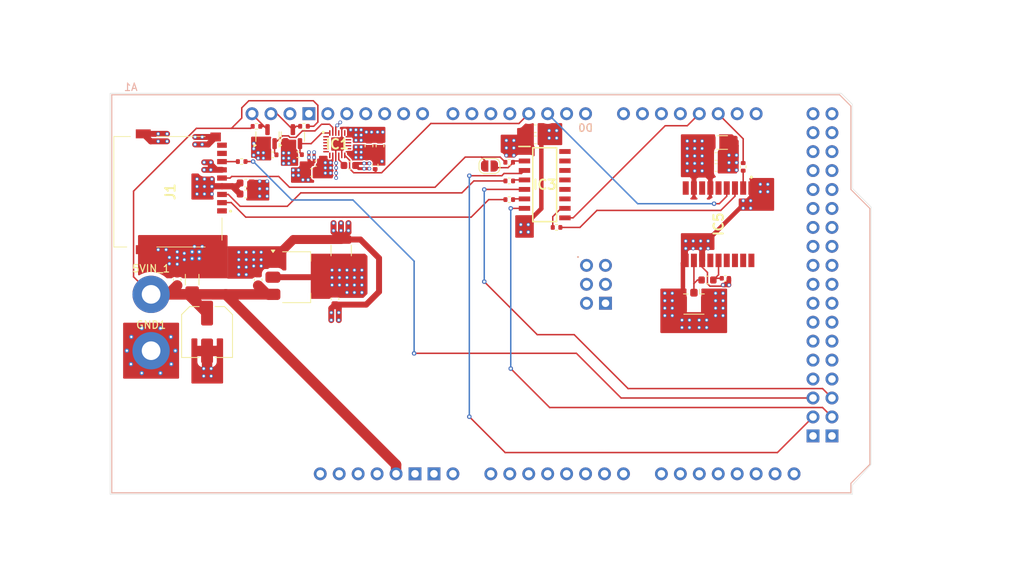
<source format=kicad_pcb>
(kicad_pcb (version 20241229) (generator "pcbnew") (generator_version "9.0")
  (layers (0 "F.Cu" signal) (4 "In1.Cu" power "GND") (6 "In2.Cu" power "PWR") (2 "B.Cu" signal) (13 "F.Paste" user) (15 "B.Paste" user) (5 "F.SilkS" user "F.Silkscreen") (7 "B.SilkS" user "B.Silkscreen") (1 "F.Mask" user) (3 "B.Mask" user) (25 "Edge.Cuts" user))
  (net 0 "")
  (net 13 "GND")
  (net 48 "5VIN")
  (net 55 "1PPS3V3")
  (net 78 "3.3VREG")
  (net 82 "CLOCK5V")
  (net 83 "MISO3V3")
  (net 84 "ARDUINO_TO_GNSS5V")
  (net 85 "MOSI5V")
  (net 86 "GNSS_TO_ARDUINO")
  (net 87 "CS5V")
  (net 88 "ARDUINO_TO_GNSS3V3")
  (net 90 "MOSI3V3")
  (net 95 "CS3V3")
  (net 97 "CLOCK3V3")
  (net 98 "Net-(IC3-4Y)")
  (net 99 "Net-(IC3-3Y)")
  (net 100 "Net-(IC3-1Y)")
  (net 101 "Net-(IC3-2Y)")
  (net 102 "Net-(J1-Pad7)")
  (net 103 "Net-(IC5-TXD)")
  (net 104 "Net-(IC5-RF_IN)")
  (net 107 "Net-(IC5-VCC_RF)")
  (net 114 "SDA5V")
  (net 117 "SCL5V")
  (net 125 "Net-(IC1-REGOUT)")
  (net 129 "SCL3V3")
  (net 131 "SDA3V3")
  (net 132 "IMU_INT3V3")
  (footprint "ATGM336H-5N31:ATGM336H5N31" (layer "F.Cu") (at 184.8 69.55 90)
    (property "Reference" "IC5")
    (property "Value" "ATGM336H-5N31" (hide yes))
  )
  (footprint "Resistor_SMD:R_0402_1005Metric" (layer "F.Cu") (at 188.1 61.865 -90)
    (property "Reference" "R14" (hide yes))
    (property "Value" "22Ω" (hide yes))
  )
  (footprint "Capacitor_SMD:C_0603_1608Metric" (layer "F.Cu") (at 160.263 56.75)
    (property "Reference" "C6" (hide yes))
    (property "Value" "1uF")
  )
  (footprint "Jumper:SolderJumper-2_P1.3mm_Open_RoundedPad1.0x1.5mm" (layer "F.Cu") (at 154.1 61.75 180)
    (property "Reference" "JP3" (hide yes))
    (property "Value" "SolderJumper_2_Open" (hide yes))
  )
  (footprint "Resistor_SMD:R_0402_1005Metric" (layer "F.Cu") (at 125.04 60.25)
    (property "Reference" "R9" (hide yes))
    (property "Value" "4.7kΩ" (hide yes))
  )
  (footprint "Package_TO_SOT_SMD:SOT-223-3_TabPin2" (layer "F.Cu") (at 128.225 76.65)
    (property "Reference" "U2" (hide yes))
    (property "Value" "AMS1117-3.3")
  )
  (footprint "Capacitor_SMD:C_0603_1608Metric" (layer "F.Cu") (at 184.475 61.95)
    (property "Reference" "C21" (hide yes))
    (property "Value" "100nF" (hide yes))
  )
  (footprint "Resistor_SMD:R_0402_1005Metric" (layer "F.Cu") (at 156.75 63.75)
    (property "Reference" "R6" (hide yes))
    (property "Value" "22Ω" (hide yes))
  )
  (footprint "Capacitor_SMD:C_1206_3216Metric" (layer "F.Cu") (at 114.25 76.975 90)
    (property "Reference" "C10" (hide yes))
    (property "Value" "10uF")
  )
  (footprint "MountingHole:MountingHole_2.5mm_Pad" (layer "F.Cu") (at 108.75 86.5)
    (property "Reference" "GND1")
    (property "Value" "MountingHole_Pad")
  )
  (footprint "Capacitor_SMD:C_0603_1608Metric" (layer "F.Cu") (at 133.4 79.55 -90)
    (property "Reference" "C16" (hide yes))
    (property "Value" "100nF")
  )
  (footprint "Capacitor_SMD:C_0603_1608Metric" (layer "F.Cu") (at 137.95 59.05 -90)
    (property "Reference" "C4" (hide yes))
    (property "Value" "100nF" (hide yes))
  )
  (footprint "Capacitor_SMD:C_0402_1005Metric" (layer "F.Cu") (at 130.82 61.425)
    (property "Reference" "C2" (hide yes))
    (property "Value" "10nF" (hide yes))
  )
  (footprint "Capacitor_SMD:C_1210_3225Metric" (layer "F.Cu") (at 134.225 73.075 90)
    (property "Reference" "C1" (hide yes))
    (property "Value" "100uF")
  )
  (footprint "Resistor_SMD:R_0402_1005Metric" (layer "F.Cu") (at 156.75 66.25)
    (property "Reference" "R7" (hide yes))
    (property "Value" "22Ω" (hide yes))
  )
  (footprint "Package_TO_SOT_SMD:SOT-23" (layer "F.Cu") (at 124.35 57.8125 90)
    (property "Reference" "Q2" (hide yes))
    (property "Value" "2N7002" (hide yes))
  )
  (footprint "Capacitor_SMD:C_0402_1005Metric" (layer "F.Cu") (at 185.7075 76.8)
    (property "Reference" "C23" (hide yes))
    (property "Value" "220pF" (hide yes))
  )
  (footprint "Capacitor_SMD:C_0603_1608Metric" (layer "F.Cu") (at 121.45 65.5)
    (property "Reference" "C8" (hide yes))
    (property "Value" "1uF")
  )
  (footprint "Capacitor_SMD:C_0603_1608Metric" (layer "F.Cu") (at 121.45 64.025)
    (property "Reference" "C13" (hide yes))
    (property "Value" "100nF")
  )
  (footprint "Resistor_SMD:R_0402_1005Metric" (layer "F.Cu") (at 122.8725 56.4375)
    (property "Reference" "R3" (hide yes))
    (property "Value" "4.7kΩ" (hide yes))
  )
  (footprint "Inductor_SMD:L_0603_1608Metric" (layer "F.Cu") (at 183.3125 77.025)
    (property "Reference" "L2" (hide yes))
    (property "Value" "47nH" (hide yes))
  )
  (footprint "Capacitor_SMD:C_0603_1608Metric" (layer "F.Cu") (at 112.25 76.975 90)
    (property "Reference" "C9" (hide yes))
    (property "Value" "100nF")
  )
  (footprint "Capacitor_SMD:C_0603_1608Metric" (layer "F.Cu") (at 130.25 62.625)
    (property "Reference" "C7" (hide yes))
    (property "Value" "1uF" (hide yes))
  )
  (footprint "Resistor_SMD:R_0402_1005Metric" (layer "F.Cu") (at 138.775 61.65 -90)
    (property "Reference" "R10" (hide yes))
    (property "Value" "4.7kΩ" (hide yes))
  )
  (footprint "Capacitor_SMD:C_0603_1608Metric" (layer "F.Cu") (at 139.425 59.05 -90)
    (property "Reference" "C5" (hide yes))
    (property "Value" "1uF" (hide yes))
  )
  (footprint "TF-01A:TF01A" (layer "F.Cu") (at 111 65.2 -90)
    (property "Reference" "J1")
    (property "Value" "TF-01A" (hide yes))
  )
  (footprint "Capacitor_SMD:C_0603_1608Metric" (layer "F.Cu") (at 135.375 61.675 180)
    (property "Reference" "C3" (hide yes))
    (property "Value" "100nF" (hide yes))
  )
  (footprint "Resistor_SMD:R_0402_1005Metric" (layer "F.Cu") (at 129.24 56.425 180)
    (property "Reference" "R2" (hide yes))
    (property "Value" "4.7kΩ" (hide yes))
  )
  (footprint "Connector_Coaxial:U.FL_Hirose_U.FL-R-SMT-1_Vertical" (layer "F.Cu") (at 181.5 79.775 -90)
    (property "Reference" "J2" (hide yes))
    (property "Value" "Conn_Coaxial" (hide yes))
  )
  (footprint "Package_TO_SOT_SMD:SOT-23" (layer "F.Cu") (at 127.75 57.8125 90)
    (property "Reference" "Q1" (hide yes))
    (property "Value" "2N7002" (hide yes))
  )
  (footprint "Capacitor_SMD:C_Elec_6.3x7.7" (layer "F.Cu") (at 116.25 84 -90)
    (property "Reference" "C11" (hide yes))
    (property "Value" "47uF")
  )
  (footprint "MPU-6500:QFN40P300X300X95-25N-D" (layer "F.Cu") (at 133.7 58.825)
    (property "Reference" "IC1")
    (property "Value" "MPU-6500" (hide yes))
  )
  (footprint "PCM_arduino-library:Arduino_Mega2560_R3_Shield" (layer "F.Cu") (at 103.48 105.54)
    (property "Reference" "A1")
    (property "Value" "Arduino_Mega2560_R3_Shield")
  )
  (footprint "Capacitor_SMD:C_1206_3216Metric" (layer "F.Cu") (at 185.3 58.6)
    (property "Reference" "C22" (hide yes))
    (property "Value" "10uF" (hide yes))
  )
  (footprint "Resistor_SMD:R_0402_1005Metric" (layer "F.Cu") (at 128.44 60.225)
    (property "Reference" "R1" (hide yes))
    (property "Value" "4.7kΩ" (hide yes))
  )
  (footprint "Resistor_SMD:R_0402_1005Metric" (layer "F.Cu") (at 120.89 61.15 180)
    (property "Reference" "R5" (hide yes))
    (property "Value" "22Ω" (hide yes))
  )
  (footprint "CD74HC4050M96:SOIC127P600X175-16N" (layer "F.Cu") (at 161.5 64.25)
    (property "Reference" "IC3")
    (property "Value" "CD74HC4050M96" (hide yes))
  )
  (footprint "Resistor_SMD:R_0402_1005Metric" (layer "F.Cu") (at 156.74 61.25)
    (property "Reference" "R8" (hide yes))
    (property "Value" "33Ω" (hide yes))
  )
  (footprint "Capacitor_SMD:C_0603_1608Metric" (layer "F.Cu") (at 160.275 58.25)
    (property "Reference" "C14" (hide yes))
    (property "Value" "100nF" (hide yes))
  )
  (footprint "Capacitor_SMD:C_0603_1608Metric" (layer "F.Cu") (at 184.475 60.475)
    (property "Reference" "C20" (hide yes))
    (property "Value" "1uF" (hide yes))
  )
  (footprint "Resistor_SMD:R_0402_1005Metric" (layer "F.Cu") (at 163.09 69.98)
    (property "Reference" "R4" (hide yes))
    (property "Value" "22Ω" (hide yes))
  )
  (footprint "MountingHole:MountingHole_2.5mm_Pad" (layer "F.Cu") (at 108.75 78.95)
    (property "Reference" "5VIN_1")
    (property "Value" "MountingHole_Pad")
  )
  (footprint "Capacitor_SMD:C_0603_1608Metric" (layer "F.Cu") (at 123.1 77 90)
    (property "Reference" "C12" (hide yes))
    (property "Value" "100nF")
  )
  (gr_poly (pts (xy 103.25 52) (xy 201.25 52) (xy 202.75 53.5) (xy 202.75 64.75) (xy 205.25 67.25) (xy 205.25 101.75) (xy 202.75 104.5) (xy 202.75 105.75) (xy 103.25 105.75)) (stroke (width 0.05)) (fill no) (layer "Edge.Cuts"))
  (segment (start 185.425 60.3) (end 185.25 60.475) (width 0.6) (layer "F.Cu") (net 13))
  (segment (start 186.2 77.7) (end 185.4 77.7) (width 0.6) (layer "F.Cu") (net 13))
  (segment (start 132.9 80.825) (end 133.4 80.325) (width 0.8) (layer "F.Cu") (net 13))
  (segment (start 133.55 62) (end 133.55 61.35) (width 0.2) (layer "F.Cu") (net 13))
  (segment (start 182.6 72) (end 182.6 74.4) (width 0.8) (layer "F.Cu") (net 13))
  (segment (start 116.25 86.5375) (end 115.0875 86.5375) (width 1.4) (layer "F.Cu") (net 13))
  (segment (start 187.2 61.3) (end 186.075 61.3) (width 0.6) (layer "F.Cu") (net 13))
  (segment (start 116.75 61.26) (end 117.75 62.26) (width 0.4) (layer "F.Cu") (net 13))
  (segment (start 187.2 61.3) (end 185.9 61.3) (width 0.6) (layer "F.Cu") (net 13))
  (segment (start 161.038 56.75) (end 161.038 58.238) (width 0.6) (layer "F.Cu") (net 13))
  (segment (start 163.1 57) (end 161.288 57) (width 0.6) (layer "F.Cu") (net 13))
  (segment (start 124.3 64.8) (end 122.925 64.8) (width 0.4) (layer "F.Cu") (net 13))
  (segment (start 187.2 62.3) (end 187.2 59.025) (width 0.6) (layer "F.Cu") (net 13))
  (segment (start 123.5 75.15) (end 124.275 75.15) (width 0.8) (layer "F.Cu") (net 13))
  (segment (start 133.5 61.3) (end 133.55 61.35) (width 0.2) (layer "F.Cu") (net 13))
  (segment (start 123 64.8) (end 122.225 64.025) (width 0.4) (layer "F.Cu") (net 13))
  (segment (start 161.05 67.4525) (end 159.8075 68.695) (width 0.6) (layer "F.Cu") (net 13))
  (segment (start 109.7 72.96) (end 110.76 72.96) (width 1) (layer "F.Cu") (net 13))
  (segment (start 179.475 80.8) (end 180.025 80.25) (width 0.6) (layer "F.Cu") (net 13))
  (segment (start 134.2 71.575) (end 134.225 71.6) (width 0.8) (layer "F.Cu") (net 13))
  (segment (start 117.6375 86.5375) (end 117.65 86.55) (width 1.4) (layer "F.Cu") (net 13))
  (segment (start 137.575 80.325) (end 139.3 78.6) (width 0.8) (layer "F.Cu") (net 13))
  (segment (start 123.1 75.55) (end 123.5 75.15) (width 0.8) (layer "F.Cu") (net 13))
  (segment (start 134.225 71.6) (end 127.825 71.6) (width 1.2) (layer "F.Cu") (net 13))
  (segment (start 129.9 60.985) (end 130.34 61.425) (width 0.4) (layer "F.Cu") (net 13))
  (segment (start 161.05 58.25) (end 161.05 67.4525) (width 0.6) (layer "F.Cu") (net 13))
  (segment (start 114.65 58.86) (end 116.4 58.86) (width 0.8) (layer "F.Cu") (net 13))
  (segment (start 132.9 82.4) (end 132.9 80.825) (width 0.8) (layer "F.Cu") (net 13))
  (segment (start 133.5 60.325) (end 133.5 59.025) (width 0.2) (layer "F.Cu") (net 13))
  (segment (start 177.6 80.8) (end 179.475 80.8) (width 0.6) (layer "F.Cu") (net 13))
  (segment (start 186.2 62.3) (end 186.2 59.175) (width 0.6) (layer "F.Cu") (net 13))
  (segment (start 182.975 81.35) (end 182.975 80.25) (width 0.6) (layer "F.Cu") (net 13))
  (segment (start 180.4 74.4) (end 180.4 71.8) (width 0.6) (layer "F.Cu") (net 13))
  (segment (start 133.2 70.575) (end 134.225 71.6) (width 0.8) (layer "F.Cu") (net 13))
  (segment (start 177.6 79.8) (end 179.575 79.8) (width 0.6) (layer "F.Cu") (net 13))
  (segment (start 139.3 74.1) (end 136.8 71.6) (width 0.8) (layer "F.Cu") (net 13))
  (segment (start 183.525 80.8) (end 182.975 80.25) (width 0.6) (layer "F.Cu") (net 13))
  (segment (start 127.825 71.6) (end 125.075 74.35) (width 1.2) (layer "F.Cu") (net 13))
  (segment (start 130.6 59.9) (end 130.6 61.165) (width 0.4) (layer "F.Cu") (net 13))
  (segment (start 187.2 59.025) (end 186.775 58.6) (width 0.6) (layer "F.Cu") (net 13))
  (segment (start 183.425 79.8) (end 182.975 80.25) (width 0.6) (layer "F.Cu") (net 13))
  (segment (start 122.925 64.8) (end 122.225 65.5) (width 0.4) (layer "F.Cu") (net 13))
  (segment (start 182.674 81.651) (end 182.975 81.35) (width 0.6) (layer "F.Cu") (net 13))
  (segment (start 158.3 70.6) (end 158.3 69.183) (width 0.6) (layer "F.Cu") (net 13))
  (segment (start 124.025 73.3) (end 125.075 74.35) (width 0.8) (layer "F.Cu") (net 13))
  (segment (start 183.65 71.4) (end 181.9 71.4) (width 0.6) (layer "F.Cu") (net 13))
  (segment (start 123.3 63.8) (end 123.3 65.8) (width 0.4) (layer "F.Cu") (net 13))
  (segment (start 133.9 80.825) (end 133.4 80.325) (width 0.8) (layer "F.Cu") (net 13))
  (segment (start 118.25 62.26) (end 115.86 62.26) (width 0.8) (layer "F.Cu") (net 13))
  (segment (start 122.525 65.8) (end 122.225 65.5) (width 0.4) (layer "F.Cu") (net 13))
  (segment (start 182.6 72.45) (end 182.6 74.4) (width 0.6) (layer "F.Cu") (net 13))
  (segment (start 115.6 72.54) (end 114.56 72.54) (width 1) (layer "F.Cu") (net 13))
  (segment (start 182.6 74.4) (end 182.6 75.302) (width 0.2) (layer "F.Cu") (net 13))
  (segment (start 181.9 71.4) (end 180.4 72.9) (width 0.6) (layer "F.Cu") (net 13))
  (segment (start 159.8075 68.695) (end 158.788 68.695) (width 0.6) (layer "F.Cu") (net 13))
  (segment (start 135.2 56.6) (end 134.45 56.6) (width 0.2) (layer "F.Cu") (net 13))
  (segment (start 136.8 71.6) (end 134.225 71.6) (width 0.8) (layer "F.Cu") (net 13))
  (segment (start 185.4 79.8) (end 183.425 79.8) (width 0.6) (layer "F.Cu") (net 13))
  (segment (start 138 62.1) (end 136.575 62.1) (width 0.4) (layer "F.Cu") (net 13))
  (segment (start 161.3 58) (end 161.05 58.25) (width 0.6) (layer "F.Cu") (net 13))
  (segment (start 114.25 73.25) (end 114.25 73.1) (width 1) (layer "F.Cu") (net 13))
  (segment (start 187.2 60.3) (end 185.425 60.3) (width 0.6) (layer "F.Cu") (net 13))
  (segment (start 133.5 59.025) (end 133.7 58.825) (width 0.2) (layer "F.Cu") (net 13))
  (segment (start 117.4 72.54) (end 115.6 72.54) (width 1) (layer "F.Cu") (net 13))
  (segment (start 186.1875 77.131102) (end 186.1875 76.8) (width 0.6) (layer "F.Cu") (net 13))
  (segment (start 116.25 86.5375) (end 116.25 89.8) (width 1.4) (layer "F.Cu") (net 13))
  (segment (start 117.4 57.86) (end 115.6 57.86) (width 0.8) (layer "F.Cu") (net 13))
  (segment (start 185.9 61.3) (end 185.25 61.95) (width 0.6) (layer "F.Cu") (net 13))
  (segment (start 124.3 63.8) (end 122.45 63.8) (width 0.4) (layer "F.Cu") (net 13))
  (segment (start 133.55 63.35) (end 133.55 62) (width 0.2) (layer "F.Cu") (net 13))
  (segment (start 116.75 62.26) (end 116.75 61.26) (width 0.8) (layer "F.Cu") (net 13))
  (segment (start 122.5 75.15) (end 122.5 75.625) (width 0.8) (layer "F.Cu") (net 13))
  (segment (start 185.4 80.8) (end 183.525 80.8) (width 0.6) (layer "F.Cu") (net 13))
  (segment (start 122.5 75.625) (end 123.1 76.225) (width 0.8) (layer "F.Cu") (net 13))
  (segment (start 180.425322 81.651) (end 182.674 81.651) (width 0.6) (layer "F.Cu") (net 13))
  (segment (start 125.075 74.35) (end 123.55 74.35) (width 0.8) (layer "F.Cu") (net 13))
  (segment (start 123.55 74.35) (end 123.5 74.3) (width 0.8) (layer "F.Cu") (net 13))
  (segment (start 110.89 58.44) (end 108.7 58.44) (width 0.8) (layer "F.Cu") (net 13))
  (segment (start 134.3 56.75) (end 134.3 57.325) (width 0.2) (layer "F.Cu") (net 13))
  (segment (start 112.25 76.2) (end 112.25 74.9) (width 1) (layer "F.Cu") (net 13))
  (segment (start 117.4 57.86) (end 116.6 57.86) (width 0.8) (layer "F.Cu") (net 13))
  (segment (start 163.1 58) (end 161.3 58) (width 0.6) (layer "F.Cu") (net 13))
  (segment (start 115.6 57.86) (end 114.65 57.86) (width 0.8) (layer "F.Cu") (net 13))
  (segment (start 108.7 58.44) (end 107.7 57.44) (width 0.8) (layer "F.Cu") (net 13))
  (segment (start 133.9 82.4) (end 133.9 80.825) (width 0.8) (layer "F.Cu") (net 13))
  (segment (start 183.3125 76.0145) (end 183.3125 77.52431) (width 0.2) (layer "F.Cu") (net 13))
  (segment (start 129.9 59.9) (end 129.9 60.985) (width 0.4) (layer "F.Cu") (net 13))
  (segment (start 161.288 57) (end 161.038 56.75) (width 0.6) (layer "F.Cu") (net 13))
  (segment (start 138 61.4) (end 136.425 61.4) (width 0.4) (layer "F.Cu") (net 13))
  (segment (start 185.4 77.7) (end 185.618602 77.7) (width 0.6) (layer "F.Cu") (net 13))
  (segment (start 180.025 81.250678) (end 180.425322 81.651) (width 0.6) (layer "F.Cu") (net 13))
  (segment (start 133.2 69.4) (end 133.2 70.575) (width 0.8) (layer "F.Cu") (net 13))
  (segment (start 186.075 61.3) (end 185.25 60.475) (width 0.6) (layer "F.Cu") (net 13))
  (segment (start 134.2 69.4) (end 134.2 71.575) (width 0.8) (layer "F.Cu") (net 13))
  (segment (start 122.45 63.8) (end 122.225 64.025) (width 0.4) (layer "F.Cu") (net 13))
  (segment (start 114.25 75.5) (end 114.25 74.15) (width 1) (layer "F.Cu") (net 13))
  (segment (start 124.3 64.8) (end 123 64.8) (width 0.4) (layer "F.Cu") (net 13))
  (segment (start 186.1875 77.109999) (end 186.1875 76.8) (width 0.2) (layer "F.Cu") (net 13))
  (segment (start 107.7 72.96) (end 109.7 72.96) (width 1) (layer "F.Cu") (net 13))
  (segment (start 185.618602 77.7) (end 186.1875 77.131102) (width 0.6) (layer "F.Cu") (net 13))
  (segment (start 124.45 74.35) (end 125.075 74.35) (width 0.8) (layer "F.Cu") (net 13))
  (segment (start 185.25 60.125) (end 186.775 58.6) (width 0.6) (layer "F.Cu") (net 13))
  (segment (start 123.1 76.225) (end 123.1 75.55) (width 0.8) (layer "F.Cu") (net 13))
  (segment (start 134.3 59.425) (end 133.7 58.825) (width 0.2) (layer "F.Cu") (net 13))
  (segment (start 135.2 69.4) (end 135.2 70.625) (width 0.8) (layer "F.Cu") (net 13))
  (segment (start 137.5 57.825) (end 137.95 58.275) (width 0.2) (layer "F.Cu") (net 13))
  (segment (start 133.5 60.325) (end 133.5 61.3) (width 0.2) (layer "F.Cu") (net 13))
  (segment (start 107.7 57.44) (end 110.89 57.44) (width 0.8) (layer "F.Cu") (net 13))
  (segment (start 158.3 69.183) (end 158.788 68.695) (width 0.6) (layer "F.Cu") (net 13))
  (segment (start 134.3 60.325) (end 134.3 59.425) (width 0.2) (layer "F.Cu") (net 13))
  (segment (start 135.5 56.9) (end 135.2 56.6) (width 0.2) (layer "F.Cu") (net 13))
  (segment (start 189.2 65.85) (end 183.65 71.4) (width 0.6) (layer "F.Cu") (net 13))
  (segment (start 186.1875 76.8) (end 186.1875 77.6875) (width 0.6) (layer "F.Cu") (net 13))
  (segment (start 180.025 80.25) (end 180.025 81.250678) (width 0.6) (layer "F.Cu") (net 13))
  (segment (start 134.45 56.6) (end 134.3 56.75) (width 0.2) (layer "F.Cu") (net 13))
  (segment (start 117.75 62.26) (end 118.25 62.26) (width 0.4) (layer "F.Cu") (net 13))
  (segment (start 136.575 62.1) (end 136.15 61.675) (width 0.4) (layer "F.Cu") (net 13))
  (segment (start 186.2 59.175) (end 186.775 58.6) (width 0.6) (layer "F.Cu") (net 13))
  (segment (start 112.25 74.9) (end 112.25 74.05) (width 1) (layer "F.Cu") (net 13))
  (segment (start 183.65 71.4) (end 182.6 72.45) (width 0.6) (layer "F.Cu") (net 13))
  (segment (start 185.25 61.95) (end 185.25 60.125) (width 0.6) (layer "F.Cu") (net 13))
  (segment (start 182.6 75.302) (end 183.3125 76.0145) (width 0.2) (layer "F.Cu") (net 13))
  (segment (start 180.025 74.775) (end 180.025 80.25) (width 0.6) (layer "F.Cu") (net 13))
  (segment (start 183.63919 77.851) (end 185.446499 77.851) (width 0.2) (layer "F.Cu") (net 13))
  (segment (start 116.25 86.5375) (end 117.6375 86.5375) (width 1.4) (layer "F.Cu") (net 13))
  (segment (start 115.86 61.26) (end 116.75 61.26) (width 0.8) (layer "F.Cu") (net 13))
  (segment (start 180.4 72.9) (end 180.4 74.4) (width 0.6) (layer "F.Cu") (net 13))
  (segment (start 133.4 80.325) (end 137.575 80.325) (width 0.8) (layer "F.Cu") (net 13))
  (segment (start 136.425 61.4) (end 136.15 61.675) (width 0.4) (layer "F.Cu") (net 13))
  (segment (start 187.2 62.3) (end 185.6 62.3) (width 0.6) (layer "F.Cu") (net 13))
  (segment (start 179.575 79.8) (end 180.025 80.25) (width 0.6) (layer "F.Cu") (net 13))
  (segment (start 185.446499 77.851) (end 186.1875 77.109999) (width 0.2) (layer "F.Cu") (net 13))
  (segment (start 123.5 73.3) (end 124.025 73.3) (width 0.8) (layer "F.Cu") (net 13))
  (segment (start 124.275 75.15) (end 125.075 74.35) (width 0.8) (layer "F.Cu") (net 13))
  (segment (start 139.3 78.6) (end 139.3 74.1) (width 0.8) (layer "F.Cu") (net 13))
  (segment (start 159.3 70.6) (end 159.3 69.207) (width 0.6) (layer "F.Cu") (net 13))
  (segment (start 135.2 70.625) (end 134.225 71.6) (width 0.8) (layer "F.Cu") (net 13))
  (segment (start 186.1875 77.6875) (end 186.2 77.7) (width 0.6) (layer "F.Cu") (net 13))
  (segment (start 135.2 57.825) (end 137.5 57.825) (width 0.2) (layer "F.Cu") (net 13))
  (segment (start 130.6 61.165) (end 130.34 61.425) (width 0.4) (layer "F.Cu") (net 13))
  (segment (start 189.2 64.7) (end 189.2 65.85) (width 0.6) (layer "F.Cu") (net 13))
  (segment (start 134.3 57.325) (end 134.3 58.225) (width 0.2) (layer "F.Cu") (net 13))
  (segment (start 134.3 58.225) (end 133.7 58.825) (width 0.2) (layer "F.Cu") (net 13))
  (segment (start 114.25 74.15) (end 114.25 73.25) (width 1) (layer "F.Cu") (net 13))
  (segment (start 161.038 58.238) (end 161.05 58.25) (width 0.6) (layer "F.Cu") (net 13))
  (segment (start 124.3 65.8) (end 122.525 65.8) (width 0.4) (layer "F.Cu") (net 13))
  (segment (start 185.6 62.3) (end 185.25 61.95) (width 0.6) (layer "F.Cu") (net 13))
  (segment (start 183.3125 77.52431) (end 183.63919 77.851) (width 0.2) (layer "F.Cu") (net 13))
  (segment (start 180.4 74.4) (end 180.025 74.775) (width 0.6) (layer "F.Cu") (net 13))
  (segment (start 182.4 71.8) (end 182.6 72) (width 0.8) (layer "F.Cu") (net 13))
  (segment (start 159.3 69.207) (end 158.788 68.695) (width 0.6) (layer "F.Cu") (net 13))
  (segment (start 116.4 58.86) (end 117.4 57.86) (width 0.8) (layer "F.Cu") (net 13))
  (segment (start 124.3 65.8) (end 124.3 63.8) (width 0.4) (layer "F.Cu") (net 13))
  (via (at 182.4 72.8) (size 0.5) (drill 0.3) (layers "F.Cu" "B.Cu") (net 13))
  (via (at 112.25 73.25) (size 0.5) (drill 0.3) (layers "F.Cu" "B.Cu") (net 13))
  (via (at 178.6 78.8) (size 0.5) (drill 0.3) (layers "F.Cu" "B.Cu") (net 13))
  (via (at 114.65 58.86) (size 0.5) (drill 0.3) (layers "F.Cu" "B.Cu") (net 13))
  (via (at 115.8 88.9) (size 0.5) (drill 0.3) (layers "F.Cu" "B.Cu") (net 13))
  (via (at 185.4 79.8) (size 0.5) (drill 0.3) (layers "F.Cu" "B.Cu") (net 13))
  (via (at 182.4 71.8) (size 0.5) (drill 0.3) (layers "F.Cu" "B.Cu") (net 13))
  (via (at 133.2 69.4) (size 0.5) (drill 0.3) (layers "F.Cu" "B.Cu") (net 13))
  (via (at 180.4 71.8) (size 0.5) (drill 0.3) (layers "F.Cu" "B.Cu") (net 13))
  (via (at 111.2 74.85) (size 0.5) (drill 0.3) (layers "F.Cu" "B.Cu") (net 13))
  (via (at 120.5 76.3) (size 0.5) (drill 0.3) (layers "F.Cu" "B.Cu") (net 13))
  (via (at 136.2 58.3) (size 0.5) (drill 0.3) (layers "F.Cu" "B.Cu") (net 13))
  (via (at 184.4 80.8) (size 0.5) (drill 0.3) (layers "F.Cu" "B.Cu") (net 13))
  (via (at 178.6 81.8) (size 0.5) (drill 0.3) (layers "F.Cu" "B.Cu") (net 13))
  (via (at 120.5 75.3) (size 0.5) (drill 0.3) (layers "F.Cu" "B.Cu") (net 13))
  (via (at 110 83.5) (size 0.6) (drill 0.3) (layers "F.Cu" "B.Cu") (net 13))
  (via (at 186.2 62.3) (size 0.5) (drill 0.3) (layers "F.Cu" "B.Cu") (net 13))
  (via (at 191.4 64.2) (size 0.5) (drill 0.3) (layers "F.Cu" "B.Cu") (net 13))
  (via (at 186.2 61.3) (size 0.5) (drill 0.3) (layers "F.Cu" "B.Cu") (net 13))
  (via (at 158.3 69.6) (size 0.5) (drill 0.3) (layers "F.Cu" "B.Cu") (net 13))
  (via (at 106.05 88.3) (size 0.6) (drill 0.3) (layers "F.Cu" "B.Cu") (net 13))
  (via (at 109.7 57.44) (size 0.5) (drill 0.3) (layers "F.Cu" "B.Cu") (net 13))
  (via (at 115.86 62.26) (size 0.5) (drill 0.3) (layers "F.Cu" "B.Cu") (net 13))
  (via (at 130.6 59.9) (size 0.5) (drill 0.3) (layers "F.Cu" "B.Cu") (net 13))
  (via (at 139.8 57.2) (size 0.5) (drill 0.3) (layers "F.Cu" "B.Cu") (net 13))
  (via (at 177.6 79.8) (size 0.5) (drill 0.3) (layers "F.Cu" "B.Cu") (net 13))
  (via (at 158.3 70.6) (size 0.5) (drill 0.3) (layers "F.Cu" "B.Cu") (net 13))
  (via (at 115.8 89.9) (size 0.5) (drill 0.3) (layers "F.Cu" "B.Cu") (net 13))
  (via (at 113.2 74.3) (size 0.5) (drill 0.3) (layers "F.Cu" "B.Cu") (net 13))
  (via (at 177.6 80.8) (size 0.5) (drill 0.3) (layers "F.Cu" "B.Cu") (net 13))
  (via (at 109.7 58.44) (size 0.5) (drill 0.3) (layers "F.Cu" "B.Cu") (net 13))
  (via (at 123.5 74.3) (size 0.5) (drill 0.3) (layers "F.Cu" "B.Cu") (net 13))
  (via (at 138.3 57.2) (size 0.5) (drill 0.3) (layers "F.Cu" "B.Cu") (net 13))
  (via (at 181.4 72.8) (size 0.5) (drill 0.3) (layers "F.Cu" "B.Cu") (net 13))
  (via (at 123.3 64.8) (size 0.5) (drill 0.3) (layers "F.Cu" "B.Cu") (net 13))
  (via (at 133.55 63.35) (size 0.5) (drill 0.3) (layers "F.Cu" "B.Cu") (net 13))
  (via (at 129.9 60.6) (size 0.5) (drill 0.3) (layers "F.Cu" "B.Cu") (net 13))
  (via (at 188.1 66.4) (size 0.5) (drill 0.3) (layers "F.Cu" "B.Cu") (net 13))
  (via (at 121.5 75.3) (size 0.5) (drill 0.3) (layers "F.Cu" "B.Cu") (net 13))
  (via (at 136.9 58.3) (size 0.5) (drill 0.3) (layers "F.Cu" "B.Cu") (net 13))
  (via (at 181.4 71.8) (size 0.5) (drill 0.3) (layers "F.Cu" "B.Cu") (net 13))
  (via (at 120.5 74.3) (size 0.5) (drill 0.3) (layers "F.Cu" "B.Cu") (net 13))
  (via (at 123.5 75.15) (size 0.5) (drill 0.3) (layers "F.Cu" "B.Cu") (net 13))
  (via (at 177.6 78.8) (size 0.5) (drill 0.3) (layers "F.Cu" "B.Cu") (net 13))
  (via (at 139.1 57.2) (size 0.5) (drill 0.3) (layers "F.Cu" "B.Cu") (net 13))
  (via (at 133.55 62) (size 0.5) (drill 0.3) (layers "F.Cu" "B.Cu") (net 13))
  (via (at 159.3 70.6) (size 0.5) (drill 0.3) (layers "F.Cu" "B.Cu") (net 13))
  (via (at 190.4 64.2) (size 0.5) (drill 0.3) (layers "F.Cu" "B.Cu") (net 13))
  (via (at 123.3 65.8) (size 0.5) (drill 0.3) (layers "F.Cu" "B.Cu") (net 13))
  (via (at 185.4 81.8) (size 0.5) (drill 0.3) (layers "F.Cu" "B.Cu") (net 13))
  (via (at 137.6 57.2) (size 0.5) (drill 0.3) (layers "F.Cu" "B.Cu") (net 13))
  (via (at 107.5 83.5) (size 0.6) (drill 0.3) (layers "F.Cu" "B.Cu") (net 13))
  (via (at 111.4 84.65) (size 0.6) (drill 0.3) (layers "F.Cu" "B.Cu") (net 13))
  (via (at 132.9 82.4) (size 0.5) (drill 0.3) (layers "F.Cu" "B.Cu") (net 13))
  (via (at 180.9 82.4) (size 0.5) (drill 0.3) (layers "F.Cu" "B.Cu") (net 13))
  (via (at 115.2 74.15) (size 0.6) (drill 0.3) (layers "F.Cu" "B.Cu") (net 13))
  (via (at 115.2 73.25) (size 0.6) (drill 0.3) (layers "F.Cu" "B.Cu") (net 13))
  (via (at 124.3 63.8) (size 0.5) (drill 0.3) (layers "F.Cu" "B.Cu") (net 13))
  (via (at 178.6 79.8) (size 0.5) (drill 0.3) (layers "F.Cu" "B.Cu") (net 13))
  (via (at 179.9 83.4) (size 0.5) (drill 0.3) (layers "F.Cu" "B.Cu") (net 13))
  (via (at 189.1 66.4) (size 0.5) (drill 0.3) (layers "F.Cu" "B.Cu") (net 13))
  (via (at 132.9 81.4) (size 0.5) (drill 0.3) (layers "F.Cu" "B.Cu") (net 13))
  (via (at 115.6 57.86) (size 0.5) (drill 0.3) (layers "F.Cu" "B.Cu") (net 13))
  (via (at 178.6 80.8) (size 0.5) (drill 0.3) (layers "F.Cu" "B.Cu") (net 13))
  (via (at 129.9 59.9) (size 0.5) (drill 0.3) (layers "F.Cu" "B.Cu") (net 13))
  (via (at 133.55 62.7) (size 0.5) (drill 0.3) (layers "F.Cu" "B.Cu") (net 13))
  (via (at 179.9 82.4) (size 0.5) (drill 0.3) (layers "F.Cu" "B.Cu") (net 13))
  (via (at 114.65 57.86) (size 0.5) (drill 0.3) (layers "F.Cu" "B.Cu") (net 13))
  (via (at 182.2 83.4) (size 0.5) (drill 0.3) (layers "F.Cu" "B.Cu") (net 13))
  (via (at 183.4 71.8) (size 0.5) (drill 0.3) (layers "F.Cu" "B.Cu") (net 13))
  (via (at 134.2 70.4) (size 0.5) (drill 0.3) (layers "F.Cu" "B.Cu") (net 13))
  (via (at 122.5 74.3) (size 0.5) (drill 0.3) (layers "F.Cu" "B.Cu") (net 13))
  (via (at 133.9 82.4) (size 0.5) (drill 0.3) (layers "F.Cu" "B.Cu") (net 13))
  (via (at 187.2 61.3) (size 0.5) (drill 0.3) (layers "F.Cu" "B.Cu") (net 13))
  (via (at 128.5 62.3) (size 0.5) (drill 0.3) (layers "F.Cu" "B.Cu") (net 13))
  (via (at 107.5 89.5) (size 0.6) (drill 0.3) (layers "F.Cu" "B.Cu") (net 13))
  (via (at 185.4 78.8) (size 0.5) (drill 0.3) (layers "F.Cu" "B.Cu") (net 13))
  (via (at 110 89.5) (size 0.6) (drill 0.3) (layers "F.Cu" "B.Cu") (net 13))
  (via (at 116.8 89.9) (size 0.5) (drill 0.3) (layers "F.Cu" "B.Cu") (net 13))
  (via (at 183.4 72.8) (size 0.5) (drill 0.3) (layers "F.Cu" "B.Cu") (net 13))
  (via (at 112.25 74.05) (size 0.5) (drill 0.3) (layers "F.Cu" "B.Cu") (net 13))
  (via (at 122.5 73.3) (size 0.5) (drill 0.3) (layers "F.Cu" "B.Cu") (net 13))
  (via (at 128.5 63) (size 0.5) (drill 0.3) (layers "F.Cu" "B.Cu") (net 13))
  (via (at 137.3 62.1) (size 0.5) (drill 0.3) (layers "F.Cu" "B.Cu") (net 13))
  (via (at 110.89 57.44) (size 0.5) (drill 0.3) (layers "F.Cu" "B.Cu") (net 13))
  (via (at 135.2 70.4) (size 0.5) (drill 0.3) (layers "F.Cu" "B.Cu") (net 13))
  (via (at 185.4 80.8) (size 0.5) (drill 0.3) (layers "F.Cu" "B.Cu") (net 13))
  (via (at 121.5 74.3) (size 0.5) (drill 0.3) (layers "F.Cu" "B.Cu") (net 13))
  (via (at 188.1 67.4) (size 0.5) (drill 0.3) (layers "F.Cu" "B.Cu") (net 13))
  (via (at 120.5 73.3) (size 0.5) (drill 0.3) (layers "F.Cu" "B.Cu") (net 13))
  (via (at 105.5 86.5) (size 0.6) (drill 0.3) (layers "F.Cu" "B.Cu") (net 13))
  (via (at 114.56 72.54) (size 0.5) (drill 0.3) (layers "F.Cu" "B.Cu") (net 13))
  (via (at 121.5 76.3) (size 0.5) (drill 0.3) (layers "F.Cu" "B.Cu") (net 13))
  (via (at 136.9 57.6) (size 0.5) (drill 0.3) (layers "F.Cu" "B.Cu") (net 13))
  (via (at 111.45 88.3) (size 0.6) (drill 0.3) (layers "F.Cu" "B.Cu") (net 13))
  (via (at 109.7 72.96) (size 0.5) (drill 0.3) (layers "F.Cu" "B.Cu") (net 13))
  (via (at 130.6 60.6) (size 0.5) (drill 0.3) (layers "F.Cu" "B.Cu") (net 13))
  (via (at 124.3 64.8) (size 0.5) (drill 0.3) (layers "F.Cu" "B.Cu") (net 13))
  (via (at 182.2 82.4) (size 0.5) (drill 0.3) (layers "F.Cu" "B.Cu") (net 13))
  (via (at 115.6 72.54) (size 0.5) (drill 0.3) (layers "F.Cu" "B.Cu") (net 13))
  (via (at 135.5 56.9) (size 0.5) (drill 0.3) (layers "F.Cu" "B.Cu") (net 13))
  (via (at 162.1 58) (size 0.5) (drill 0.3) (layers "F.Cu" "B.Cu") (net 13))
  (via (at 121.5 73.3) (size 0.5) (drill 0.3) (layers "F.Cu" "B.Cu") (net 13))
  (via (at 177.6 81.8) (size 0.5) (drill 0.3) (layers "F.Cu" "B.Cu") (net 13))
  (via (at 180.9 83.4) (size 0.5) (drill 0.3) (layers "F.Cu" "B.Cu") (net 13))
  (via (at 186.2 77.7) (size 0.5) (drill 0.3) (layers "F.Cu" "B.Cu") (net 13))
  (via (at 116.8 88.9) (size 0.5) (drill 0.3) (layers "F.Cu" "B.Cu") (net 13))
  (via (at 116.75 62.26) (size 0.5) (drill 0.3) (layers "F.Cu" "B.Cu") (net 13))
  (via (at 115.86 61.26) (size 0.5) (drill 0.3) (layers "F.Cu" "B.Cu") (net 13))
  (via (at 138 61.4) (size 0.5) (drill 0.3) (layers "F.Cu" "B.Cu") (net 13))
  (via (at 122.5 75.15) (size 0.5) (drill 0.3) (layers "F.Cu" "B.Cu") (net 13))
  (via (at 110.89 58.44) (size 0.5) (drill 0.3) (layers "F.Cu" "B.Cu") (net 13))
  (via (at 112 86.5) (size 0.6) (drill 0.3) (layers "F.Cu" "B.Cu") (net 13))
  (via (at 135.2 69.4) (size 0.5) (drill 0.3) (layers "F.Cu" "B.Cu") (net 13))
  (via (at 133.55 61.35) (size 0.5) (drill 0.3) (layers "F.Cu" "B.Cu") (net 13))
  (via (at 180.4 72.8) (size 0.5) (drill 0.3) (layers "F.Cu" "B.Cu") (net 13))
  (via (at 133.2 70.4) (size 0.5) (drill 0.3) (layers "F.Cu" "B.Cu") (net 13))
  (via (at 127.8 62.3) (size 0.5) (drill 0.3) (layers "F.Cu" "B.Cu") (net 13))
  (via (at 134.2 69.4) (size 0.5) (drill 0.3) (layers "F.Cu" "B.Cu") (net 13))
  (via (at 183.2 83.4) (size 0.5) (drill 0.3) (layers "F.Cu" "B.Cu") (net 13))
  (via (at 114.25 73.25) (size 0.6) (drill 0.3) (layers "F.Cu" "B.Cu") (net 13))
  (via (at 187.2 62.3) (size 0.5) (drill 0.3) (layers "F.Cu" "B.Cu") (net 13))
  (via (at 162.1 57) (size 0.5) (drill 0.3) (layers "F.Cu" "B.Cu") (net 13))
  (via (at 190.4 65.2) (size 0.5) (drill 0.3) (layers "F.Cu" "B.Cu") (net 13))
  (via (at 189.1 67.4) (size 0.5) (drill 0.3) (layers "F.Cu" "B.Cu") (net 13))
  (via (at 184.4 79.8) (size 0.5) (drill 0.3) (layers "F.Cu" "B.Cu") (net 13))
  (via (at 191.4 65.2) (size 0.5) (drill 0.3) (layers "F.Cu" "B.Cu") (net 13))
  (via (at 163.1 58) (size 0.5) (drill 0.3) (layers "F.Cu" "B.Cu") (net 13))
  (via (at 183.2 82.4) (size 0.5) (drill 0.3) (layers "F.Cu" "B.Cu") (net 13))
  (via (at 113.2 73.45) (size 0.5) (drill 0.3) (layers "F.Cu" "B.Cu") (net 13))
  (via (at 186.2 60.3) (size 0.5) (drill 0.3) (layers "F.Cu" "B.Cu") (net 13))
  (via (at 138 62.1) (size 0.5) (drill 0.3) (layers "F.Cu" "B.Cu") (net 13))
  (via (at 129.8 63.6) (size 0.5) (drill 0.3) (layers "F.Cu" "B.Cu") (net 13))
  (via (at 123.5 73.3) (size 0.5) (drill 0.3) (layers "F.Cu" "B.Cu") (net 13))
  (via (at 127.8 63) (size 0.5) (drill 0.3) (layers "F.Cu" "B.Cu") (net 13))
  (via (at 136.2 56.9) (size 0.5) (drill 0.3) (layers "F.Cu" "B.Cu") (net 13))
  (via (at 136.9 56.9) (size 0.5) (drill 0.3) (layers "F.Cu" "B.Cu") (net 13))
  (via (at 111.2 74) (size 0.5) (drill 0.3) (layers "F.Cu" "B.Cu") (net 13))
  (via (at 129.1 63.6) (size 0.5) (drill 0.3) (layers "F.Cu" "B.Cu") (net 13))
  (via (at 133.9 81.4) (size 0.5) (drill 0.3) (layers "F.Cu" "B.Cu") (net 13))
  (via (at 187.2 60.3) (size 0.5) (drill 0.3) (layers "F.Cu" "B.Cu") (net 13))
  (via (at 106.1 84.65) (size 0.6) (drill 0.3) (layers "F.Cu" "B.Cu") (net 13))
  (via (at 114.25 74.15) (size 0.6) (drill 0.3) (layers "F.Cu" "B.Cu") (net 13))
  (via (at 136.2 57.6) (size 0.5) (drill 0.3) (layers "F.Cu" "B.Cu") (net 13))
  (via (at 184.4 78.8) (size 0.5) (drill 0.3) (layers "F.Cu" "B.Cu") (net 13))
  (via (at 185.4 77.7) (size 0.5) (drill 0.3) (layers "F.Cu" "B.Cu") (net 13))
  (via (at 112.25 74.9) (size 0.5) (drill 0.3) (layers "F.Cu" "B.Cu") (net 13))
  (via (at 184.4 81.8) (size 0.5) (drill 0.3) (layers "F.Cu" "B.Cu") (net 13))
  (via (at 115.6 58.86) (size 0.5) (drill 0.3) (layers "F.Cu" "B.Cu") (net 13))
  (via (at 110.76 72.96) (size 0.5) (drill 0.3) (layers "F.Cu" "B.Cu") (net 13))
  (via (at 137.3 61.4) (size 0.5) (drill 0.3) (layers "F.Cu" "B.Cu") (net 13))
  (via (at 163.1 57) (size 0.5) (drill 0.3) (layers "F.Cu" "B.Cu") (net 13))
  (via (at 123.3 63.8) (size 0.5) (drill 0.3) (layers "F.Cu" "B.Cu") (net 13))
  (via (at 116.75 61.26) (size 0.5) (drill 0.3) (layers "F.Cu" "B.Cu") (net 13))
  (via (at 159.3 69.6) (size 0.5) (drill 0.3) (layers "F.Cu" "B.Cu") (net 13))
  (via (at 124.3 65.8) (size 0.5) (drill 0.3) (layers "F.Cu" "B.Cu") (net 13))
  (segment (start 108.75 78.95) (end 111.05 78.95) (width 1.4) (layer "F.Cu") (net 48))
  (segment (start 141.58 103) (end 141.58 101.778686) (width 1.4) (layer "F.Cu") (net 48))
  (segment (start 122.1 56.7) (end 119.5 56.7) (width 0.2) (layer "F.Cu") (net 48))
  (segment (start 106.399 76.599) (end 108.75 78.95) (width 0.2) (layer "F.Cu") (net 48))
  (segment (start 130.4852 53) (end 121.85 53) (width 0.2) (layer "F.Cu") (net 48))
  (segment (start 114.818636 56.7) (end 106.399 65.119636) (width 0.2) (layer "F.Cu") (net 48))
  (segment (start 131.1 53.6148) (end 130.4852 53) (width 0.2) (layer "F.Cu") (net 48))
  (segment (start 141.58 101.778686) (end 118.751314 78.95) (width 1.4) (layer "F.Cu") (net 48))
  (segment (start 120.9 55.319131) (end 119.519131 56.7) (width 0.2) (layer "F.Cu") (net 48))
  (segment (start 125.075 78.95) (end 124.275 78.95) (width 1.4) (layer "F.Cu") (net 48))
  (segment (start 106.399 65.119636) (end 106.399 76.599) (width 0.2) (layer "F.Cu") (net 48))
  (segment (start 118.751314 78.95) (end 125.075 78.95) (width 1.4) (layer "F.Cu") (net 48))
  (segment (start 111.05 78.95) (end 112.25 77.75) (width 1.4) (layer "F.Cu") (net 48))
  (segment (start 129.75 56.425) (end 130.5402 56.425) (width 0.2) (layer "F.Cu") (net 48))
  (segment (start 130.5402 56.425) (end 131.1 55.8652) (width 0.2) (layer "F.Cu") (net 48))
  (segment (start 113.7375 78.95) (end 116.25 81.4625) (width 1.4) (layer "F.Cu") (net 48))
  (segment (start 121.85 53) (end 120.9 53.95) (width 0.2) (layer "F.Cu") (net 48))
  (segment (start 131.1 55.8652) (end 131.1 53.6148) (width 0.2) (layer "F.Cu") (net 48))
  (segment (start 124.275 78.95) (end 123.1 77.775) (width 1.4) (layer "F.Cu") (net 48))
  (segment (start 118.751314 78.95) (end 108.75 78.95) (width 1.4) (layer "F.Cu") (net 48))
  (segment (start 119.5 56.7) (end 114.818636 56.7) (width 0.2) (layer "F.Cu") (net 48))
  (segment (start 122.3625 56.4375) (end 122.1 56.7) (width 0.2) (layer "F.Cu") (net 48))
  (segment (start 120.9 53.95) (end 120.9 55.319131) (width 0.2) (layer "F.Cu") (net 48))
  (segment (start 119.519131 56.7) (end 119.5 56.7) (width 0.2) (layer "F.Cu") (net 48))
  (segment (start 108.75 78.95) (end 113.7375 78.95) (width 1.4) (layer "F.Cu") (net 48))
  (segment (start 185.9 64.7) (end 185.9 65.8) (width 0.2) (layer "F.Cu") (net 55))
  (segment (start 185.9 65.8) (end 184.9 66.8) (width 0.2) (layer "F.Cu") (net 55))
  (segment (start 184.9 66.8) (end 184.2 66.8) (width 0.2) (layer "F.Cu") (net 55))
  (via (at 184.2 66.8) (size 0.6) (drill 0.3) (layers "F.Cu" "B.Cu") (net 55))
  (segment (start 173.96 66.8) (end 161.9 54.74) (width 0.2) (layer "B.Cu") (net 55))
  (segment (start 184.2 66.8) (end 173.96 66.8) (width 0.2) (layer "B.Cu") (net 55))
  (segment (start 183.7 64.7) (end 183.7 65.525) (width 0.2) (layer "F.Cu") (net 78))
  (segment (start 156.362 60.325) (end 157.362 60.325) (width 0.6) (layer "F.Cu") (net 78))
  (segment (start 133 78.375) (end 133.4 78.775) (width 0.8) (layer "F.Cu") (net 78))
  (segment (start 116.9 64.312) (end 116.9 63.5) (width 0.8) (layer "F.Cu") (net 78))
  (segment (start 181.5 60.925) (end 183.825 58.6) (width 0.6) (layer "F.Cu") (net 78))
  (segment (start 117.048 64.46) (end 116.9 64.312) (width 0.8) (layer "F.Cu") (net 78))
  (segment (start 181.5 62.675) (end 183.7 60.475) (width 0.6) (layer "F.Cu") (net 78))
  (segment (start 133 75.7) (end 133 78.375) (width 0.8) (layer "F.Cu") (net 78))
  (segment (start 134 78.175) (end 133.4 78.775) (width 0.8) (layer "F.Cu") (net 78))
  (segment (start 158.788 59.805) (end 157.842 59.805) (width 0.8) (layer "F.Cu") (net 78))
  (segment (start 133.7 56.3) (end 133.5 56.5) (width 0.2) (layer "F.Cu") (net 78))
  (segment (start 131.375 76.65) (end 134.95 76.65) (width 0.8) (layer "F.Cu") (net 78))
  (segment (start 119.635 64.46) (end 120.675 65.5) (width 0.8) (layer "F.Cu") (net 78))
  (segment (start 135 77.7) (end 132.425 77.7) (width 0.8) (layer "F.Cu") (net 78))
  (segment (start 181.5 64.7) (end 181.5 63.3) (width 0.6) (layer "F.Cu") (net 78))
  (segment (start 181.5 64.7) (end 181.5 63.2) (width 0.6) (layer "F.Cu") (net 78))
  (segment (start 135 75.7) (end 132.325 75.7) (width 0.8) (layer "F.Cu") (net 78))
  (segment (start 135 75.325) (end 134.225 74.55) (width 0.8) (layer "F.Cu") (net 78))
  (segment (start 118.25 64.46) (end 120.24 64.46) (width 0.8) (layer "F.Cu") (net 78))
  (segment (start 120.24 64.46) (end 120.675 64.025) (width 0.8) (layer "F.Cu") (net 78))
  (segment (start 134 75.7) (end 134 78.175) (width 0.8) (layer "F.Cu") (net 78))
  (segment (start 133.1 61) (end 132.8 61.3) (width 0.2) (layer "F.Cu") (net 78))
  (segment (start 133.1 60.325) (end 133.1 61) (width 0.2) (layer "F.Cu") (net 78))
  (segment (start 118.25 64.46) (end 117.048 64.46) (width 0.8) (layer "F.Cu") (net 78))
  (segment (start 118.25 64.46) (end 119.635 64.46) (width 0.8) (layer "F.Cu") (net 78))
  (segment (start 183.7 61.95) (end 183.7 64.7) (width 0.6) (layer "F.Cu") (net 78))
  (segment (start 132.325 75.7) (end 131.375 76.65) (width 0.8) (layer "F.Cu") (net 78))
  (segment (start 182.6 62.4) (end 183.7 63.5) (width 0.6) (layer "F.Cu") (net 78))
  (segment (start 181.5 63.3) (end 180.6 62.4) (width 0.6) (layer "F.Cu") (net 78))
  (segment (start 132.425 77.7) (end 131.375 76.65) (width 0.8) (layer "F.Cu") (net 78))
  (segment (start 135 75.7) (end 135 77.175) (width 0.8) (layer "F.Cu") (net 78))
  (segment (start 135.2 59.825) (end 137.95 59.825) (width 0.2) (layer "F.Cu") (net 78))
  (segment (start 134.95 76.65) (end 135 76.7) (width 0.8) (layer "F.Cu") (net 78))
  (segment (start 157.362 60.325) (end 157.882 59.805) (width 0.6) (layer "F.Cu") (net 78))
  (segment (start 182.75 61.95) (end 183.7 61.95) (width 0.6) (layer "F.Cu") (net 78))
  (segment (start 114.94 64.46) (end 114.9 64.5) (width 0.8) (layer "F.Cu") (net 78))
  (segment (start 157.882 59.805) (end 158.788 59.805) (width 0.6) (layer "F.Cu") (net 78))
  (segment (start 134 74.775) (end 134.225 74.55) (width 0.8) (layer "F.Cu") (net 78))
  (segment (start 118.25 64.46) (end 114.94 64.46) (width 0.8) (layer "F.Cu") (net 78))
  (segment (start 157.842 59.805) (end 156.362 58.325) (width 0.8) (layer "F.Cu") (net 78))
  (segment (start 135 77.175) (end 133.4 78.775) (width 0.8) (layer "F.Cu") (net 78))
  (segment (start 183.7 63.5) (end 183.7 64.7) (width 0.6) (layer "F.Cu") (net 78))
  (segment (start 181.5 64.7) (end 181.5 62.675) (width 0.6) (layer "F.Cu") (net 78))
  (segment (start 133.5 56.5) (end 133.5 57.325) (width 0.2) (layer "F.Cu") (net 78))
  (segment (start 181.5 63.2) (end 182.75 61.95) (width 0.6) (layer "F.Cu") (net 78))
  (segment (start 133 75.775) (end 134.225 74.55) (width 0.8) (layer "F.Cu") (net 78))
  (segment (start 181.5 64.7) (end 181.5 60.925) (width 0.6) (layer "F.Cu") (net 78))
  (segment (start 133 76.7) (end 133 75.775) (width 0.8) (layer "F.Cu") (net 78))
  (segment (start 134 76.7) (end 134 74.775) (width 0.8) (layer "F.Cu") (net 78))
  (segment (start 125.075 76.65) (end 131.375 76.65) (width 0.8) (layer "F.Cu") (net 78))
  (segment (start 135 76.7) (end 135 75.325) (width 0.8) (layer "F.Cu") (net 78))
  (segment (start 134.1 55.9) (end 133.7 56.3) (width 0.2) (layer "F.Cu") (net 78))
  (via (at 137 75.7) (size 0.5) (drill 0.3) (layers "F.Cu" "B.Cu") (net 78))
  (via (at 116.9 63.5) (size 0.5) (drill 0.3) (layers "F.Cu" "B.Cu") (net 78))
  (via (at 127.2 61.4) (size 0.5) (drill 0.3) (layers "F.Cu" "B.Cu") (net 78))
  (via (at 181.6 60.4) (size 0.5) (drill 0.3) (layers "F.Cu" "B.Cu") (net 78))
  (via (at 114.9 64.5) (size 0.5) (drill 0.3) (layers "F.Cu" "B.Cu") (net 78))
  (via (at 157.362 59.325) (size 0.5) (drill 0.3) (layers "F.Cu" "B.Cu") (net 78))
  (via (at 132.8 62) (size 0.5) (drill 0.3) (layers "F.Cu" "B.Cu") (net 78))
  (via (at 115.9 64.5) (size 0.5) (drill 0.3) (layers "F.Cu" "B.Cu") (net 78))
  (via (at 122.51 59.435) (size 0.5) (drill 0.3) (layers "F.Cu" "B.Cu") (net 78))
  (via (at 116.9 64.5) (size 0.5) (drill 0.3) (layers "F.Cu" "B.Cu") (net 78))
  (via (at 136 78.7) (size 0.5) (drill 0.3) (layers "F.Cu" "B.Cu") (net 78))
  (via (at 126.5 60) (size 0.5) (drill 0.3) (layers "F.Cu" "B.Cu") (net 78))
  (via (at 135 76.7) (size 0.5) (drill 0.3) (layers "F.Cu" "B.Cu") (net 78))
  (via (at 136.2 60.6) (size 0.5) (drill 0.3) (layers "F.Cu" "B.Cu") (net 78))
  (via (at 122.51 58.735) (size 0.5) (drill 0.3) (layers "F.Cu" "B.Cu") (net 78))
  (via (at 136.9 59.9) (size 0.5) (drill 0.3) (layers "F.Cu" "B.Cu") (net 78))
  (via (at 127.9 61.1) (size 0.5) (drill 0.3) (layers "F.Cu" "B.Cu") (net 78))
  (via (at 123.1 60.7) (size 0.5) (drill 0.3) (layers "F.Cu" "B.Cu") (net 78))
  (via (at 182.6 62.4) (size 0.5) (drill 0.3) (layers "F.Cu" "B.Cu") (net 78))
  (via (at 137 78.7) (size 0.5) (drill 0.3) (layers "F.Cu" "B.Cu") (net 78))
  (via (at 136 77.7) (size 0.5) (drill 0.3) (layers "F.Cu" "B.Cu") (net 78))
  (via (at 137 76.7) (size 0.5) (drill 0.3) (layers "F.Cu" "B.Cu") (net 78))
  (via (at 133 76.7) (size 0.5) (drill 0.3) (layers "F.Cu" "B.Cu") (net 78))
  (via (at 126.5 61.4) (size 0.5) (drill 0.3) (layers "F.Cu" "B.Cu") (net 78))
  (via (at 136.2 59.9) (size 0.5) (drill 0.3) (layers "F.Cu" "B.Cu") (net 78))
  (via (at 127.2 60.7) (size 0.5) (drill 0.3) (layers "F.Cu" "B.Cu") (net 78))
  (via (at 133.7 56.3) (size 0.5) (drill 0.3) (layers "F.Cu" "B.Cu") (net 78))
  (via (at 180.6 59.4) (size 0.5) (drill 0.3) (layers "F.Cu" "B.Cu") (net 78))
  (via (at 123.8 60.7) (size 0.5) (drill 0.3) (layers "F.Cu" "B.Cu") (net 78))
  (via (at 135 78.7) (size 0.5) (drill 0.3) (layers "F.Cu" "B.Cu") (net 78))
  (via (at 133 77.7) (size 0.5) (drill 0.3) (layers "F.Cu" "B.Cu") (net 78))
  (via (at 116.9 65.5) (size 0.5) (drill 0.3) (layers "F.Cu" "B.Cu") (net 78))
  (via (at 135 77.7) (size 0.5) (drill 0.3) (layers "F.Cu" "B.Cu") (net 78))
  (via (at 182.6 61.4) (size 0.5) (drill 0.3) (layers "F.Cu" "B.Cu") (net 78))
  (via (at 127.2 60) (size 0.5) (drill 0.3) (layers "F.Cu" "B.Cu") (net 78))
  (via (at 134 76.7) (size 0.5) (drill 0.3) (layers "F.Cu" "B.Cu") (net 78))
  (via (at 135 75.7) (size 0.5) (drill 0.3) (layers "F.Cu" "B.Cu") (net 78))
  (via (at 157.362 60.325) (size 0.5) (drill 0.3) (layers "F.Cu" "B.Cu") (net 78))
  (via (at 182.6 59.4) (size 0.5) (drill 0.3) (layers "F.Cu" "B.Cu") (net 78))
  (via (at 136 75.7) (size 0.5) (drill 0.3) (layers "F.Cu" "B.Cu") (net 78))
  (via (at 114.9 63.5) (size 0.5) (drill 0.3) (layers "F.Cu" "B.Cu") (net 78))
  (via (at 137 77.7) (size 0.5) (drill 0.3) (layers "F.Cu" "B.Cu") (net 78))
  (via (at 132.1 62.7) (size 0.5) (drill 0.3) (layers "F.Cu" "B.Cu") (net 78))
  (via (at 136.9 59.2) (size 0.5) (drill 0.3) (layers "F.Cu" "B.Cu") (net 78))
  (via (at 114.9 65.5) (size 0.5) (drill 0.3) (layers "F.Cu" "B.Cu") (net 78))
  (via (at 139.7 61.125) (size 0.5) (drill 0.3) (layers "F.Cu" "B.Cu") (net 78))
  (via (at 132.8 62.7) (size 0.5) (drill 0.3) (layers "F.Cu" "B.Cu") (net 78))
  (via (at 136.2 59.2) (size 0.5) (drill 0.3) (layers "F.Cu" "B.Cu") (net 78))
  (via (at 181.6 59.4) (size 0.5) (drill 0.3) (layers "F.Cu" "B.Cu") (net 78))
  (via (at 134.1 55.9) (size 0.5) (drill 0.3) (layers "F.Cu" "B.Cu") (net 78))
  (via (at 126.5 60.7) (size 0.5) (drill 0.3) (layers "F.Cu" "B.Cu") (net 78))
  (via (at 182.6 58.4) (size 0.5) (drill 0.3) (layers "F.Cu" "B.Cu") (net 78))
  (via (at 157.362 58.325) (size 0.5) (drill 0.3) (layers "F.Cu" "B.Cu") (net 78))
  (via (at 115.9 63.5) (size 0.5) (drill 0.3) (layers "F.Cu" "B.Cu") (net 78))
  (via (at 134 75.7) (size 0.5) (drill 0.3) (layers "F.Cu" "B.Cu") (net 78))
  (via (at 182.6 60.4) (size 0.5) (drill 0.3) (layers "F.Cu" "B.Cu") (net 78))
  (via (at 181.6 61.4) (size 0.5) (drill 0.3) (layers "F.Cu" "B.Cu") (net 78))
  (via (at 123.1 59.98) (size 0.5) (drill 0.3) (layers "F.Cu" "B.Cu") (net 78))
  (via (at 134 77.7) (size 0.5) (drill 0.3) (layers "F.Cu" "B.Cu") (net 78))
  (via (at 156.362 58.325) (size 0.5) (drill 0.3) (layers "F.Cu" "B.Cu") (net 78))
  (via (at 122.5 60.3) (size 0.5) (drill 0.3) (layers "F.Cu" "B.Cu") (net 78))
  (via (at 180.6 58.4) (size 0.5) (drill 0.3) (layers "F.Cu" "B.Cu") (net 78))
  (via (at 180.6 62.4) (size 0.5) (drill 0.3) (layers "F.Cu" "B.Cu") (net 78))
  (via (at 181.6 62.4) (size 0.5) (drill 0.3) (layers "F.Cu" "B.Cu") (net 78))
  (via (at 180.6 60.4) (size 0.5) (drill 0.3) (layers "F.Cu" "B.Cu") (net 78))
  (via (at 136 76.7) (size 0.5) (drill 0.3) (layers "F.Cu" "B.Cu") (net 78))
  (via (at 123.8 59.98) (size 0.5) (drill 0.3) (layers "F.Cu" "B.Cu") (net 78))
  (via (at 181.6 58.4) (size 0.5) (drill 0.3) (layers "F.Cu" "B.Cu") (net 78))
  (via (at 133 75.7) (size 0.5) (drill 0.3) (layers "F.Cu" "B.Cu") (net 78))
  (via (at 136.9 60.6) (size 0.5) (drill 0.3) (layers "F.Cu" "B.Cu") (net 78))
  (via (at 180.6 61.4) (size 0.5) (drill 0.3) (layers "F.Cu" "B.Cu") (net 78))
  (via (at 132.8 61.3) (size 0.5) (drill 0.3) (layers "F.Cu" "B.Cu") (net 78))
  (via (at 156.362 59.325) (size 0.5) (drill 0.3) (layers "F.Cu" "B.Cu") (net 78))
  (via (at 115.9 65.5) (size 0.5) (drill 0.3) (layers "F.Cu" "B.Cu") (net 78))
  (via (at 132.1 61.3) (size 0.5) (drill 0.3) (layers "F.Cu" "B.Cu") (net 78))
  (via (at 156.362 60.325) (size 0.5) (drill 0.3) (layers "F.Cu" "B.Cu") (net 78))
  (via (at 132.1 62) (size 0.5) (drill 0.3) (layers "F.Cu" "B.Cu") (net 78))
  (segment (start 156.05 62.75) (end 158.383 62.75) (width 0.2) (layer "F.Cu") (net 82))
  (segment (start 151.4 95.35) (end 156.2 100.15) (width 0.2) (layer "F.Cu") (net 82))
  (segment (start 192.69 100.15) (end 197.46 95.38) (width 0.2) (layer "F.Cu") (net 82))
  (segment (start 151.4 63.05) (end 155.75 63.05) (width 0.2) (layer "F.Cu") (net 82))
  (segment (start 155.75 63.05) (end 156.05 62.75) (width 0.2) (layer "F.Cu") (net 82))
  (segment (start 158.383 62.75) (end 158.788 62.345) (width 0.2) (layer "F.Cu") (net 82))
  (segment (start 156.2 100.15) (end 192.69 100.15) (width 0.2) (layer "F.Cu") (net 82))
  (via (at 151.4 95.35) (size 0.6) (drill 0.3) (layers "F.Cu" "B.Cu") (net 82))
  (via (at 151.4 63.05) (size 0.6) (drill 0.3) (layers "F.Cu" "B.Cu") (net 82))
  (segment (start 151.4 95.35) (end 151.4 63.05) (width 0.2) (layer "B.Cu") (net 82))
  (segment (start 122.42 61.15) (end 121.4 61.15) (width 0.2) (layer "F.Cu") (net 83))
  (segment (start 144.010311 86.85) (end 165.75 86.85) (width 0.2) (layer "F.Cu") (net 83))
  (segment (start 165.75 86.85) (end 171.74 92.84) (width 0.2) (layer "F.Cu") (net 83))
  (segment (start 171.74 92.84) (end 197.46 92.84) (width 0.2) (layer "F.Cu") (net 83))
  (segment (start 144 86.860311) (end 144.010311 86.85) (width 0.2) (layer "F.Cu") (net 83))
  (via (at 122.42 61.15) (size 0.6) (drill 0.3) (layers "F.Cu" "B.Cu") (net 83))
  (via (at 144 86.860311) (size 0.6) (drill 0.3) (layers "F.Cu" "B.Cu") (net 83))
  (segment (start 144 86.860311) (end 144 74.5) (width 0.2) (layer "B.Cu") (net 83))
  (segment (start 135.8 66.3) (end 127.6 66.3) (width 0.2) (layer "B.Cu") (net 83))
  (segment (start 127.6 66.3) (end 122.45 61.15) (width 0.2) (layer "B.Cu") (net 83))
  (segment (start 144 74.5) (end 135.8 66.3) (width 0.2) (layer "B.Cu") (net 83))
  (segment (start 122.45 61.15) (end 122.42 61.15) (width 0.2) (layer "B.Cu") (net 83))
  (segment (start 180.61 56.35) (end 177.65 56.35) (width 0.2) (layer "F.Cu") (net 84))
  (segment (start 182.22 54.74) (end 180.61 56.35) (width 0.2) (layer "F.Cu") (net 84))
  (segment (start 165.305 68.695) (end 164.212 68.695) (width 0.2) (layer "F.Cu") (net 84))
  (segment (start 177.65 56.35) (end 165.305 68.695) (width 0.2) (layer "F.Cu") (net 84))
  (segment (start 153.4 77.25) (end 160.5 84.35) (width 0.2) (layer "F.Cu") (net 85))
  (segment (start 172.6754 91.5754) (end 198.7354 91.5754) (width 0.2) (layer "F.Cu") (net 85))
  (segment (start 160.5 84.35) (end 165.45 84.35) (width 0.2) (layer "F.Cu") (net 85))
  (segment (start 153.4 64.9) (end 153.415 64.885) (width 0.2) (layer "F.Cu") (net 85))
  (segment (start 165.45 84.35) (end 172.6754 91.5754) (width 0.2) (layer "F.Cu") (net 85))
  (segment (start 153.415 64.885) (end 158.788 64.885) (width 0.2) (layer "F.Cu") (net 85))
  (segment (start 198.7354 91.5754) (end 200 92.84) (width 0.2) (layer "F.Cu") (net 85))
  (via (at 153.4 77.25) (size 0.6) (drill 0.3) (layers "F.Cu" "B.Cu") (net 85))
  (via (at 153.4 64.9) (size 0.6) (drill 0.3) (layers "F.Cu" "B.Cu") (net 85))
  (segment (start 153.4 77.25) (end 153.4 64.9) (width 0.2) (layer "B.Cu") (net 85))
  (segment (start 188.1 58.1) (end 188.1 61.355) (width 0.2) (layer "F.Cu") (net 86))
  (segment (start 184.75 54.75) (end 188.1 58.1) (width 0.2) (layer "F.Cu") (net 86))
  (segment (start 156.95 67.425) (end 158.788 67.425) (width 0.2) (layer "F.Cu") (net 87))
  (segment (start 198.7354 94.1154) (end 200 95.38) (width 0.2) (layer "F.Cu") (net 87))
  (segment (start 156.95 88.9) (end 162.1654 94.1154) (width 0.2) (layer "F.Cu") (net 87))
  (segment (start 162.1654 94.1154) (end 198.7354 94.1154) (width 0.2) (layer "F.Cu") (net 87))
  (via (at 156.95 67.425) (size 0.6) (drill 0.3) (layers "F.Cu" "B.Cu") (net 87))
  (via (at 156.95 88.9) (size 0.6) (drill 0.3) (layers "F.Cu" "B.Cu") (net 87))
  (segment (start 156.95 88.9) (end 156.95 67.425) (width 0.2) (layer "B.Cu") (net 87))
  (segment (start 187 65.8) (end 187 64.7) (width 0.2) (layer "F.Cu") (net 88))
  (segment (start 168.5 67.7) (end 185.1 67.7) (width 0.2) (layer "F.Cu") (net 88))
  (segment (start 185.1 67.7) (end 187 65.8) (width 0.2) (layer "F.Cu") (net 88))
  (segment (start 163.6 69.98) (end 166.22 69.98) (width 0.2) (layer "F.Cu") (net 88))
  (segment (start 166.22 69.98) (end 168.5 67.7) (width 0.2) (layer "F.Cu") (net 88))
  (segment (start 150.4 65.35) (end 152 63.75) (width 0.2) (layer "F.Cu") (net 90))
  (segment (start 152 63.75) (end 156.24 63.75) (width 0.2) (layer "F.Cu") (net 90))
  (segment (start 127 67.15) (end 128.8 65.35) (width 0.2) (layer "F.Cu") (net 90))
  (segment (start 128.8 65.35) (end 150.4 65.35) (width 0.2) (layer "F.Cu") (net 90))
  (segment (start 119.1 65.56) (end 120.69 67.15) (width 0.2) (layer "F.Cu") (net 90))
  (segment (start 118.25 65.56) (end 119.1 65.56) (width 0.2) (layer "F.Cu") (net 90))
  (segment (start 120.69 67.15) (end 127 67.15) (width 0.2) (layer "F.Cu") (net 90))
  (segment (start 118.26 66.65) (end 118.25 66.66) (width 0.2) (layer "F.Cu") (net 95))
  (segment (start 119.48148 66.65) (end 118.26 66.65) (width 0.2) (layer "F.Cu") (net 95))
  (segment (start 121.43148 68.6) (end 119.48148 66.65) (width 0.2) (layer "F.Cu") (net 95))
  (segment (start 154 66.25) (end 156.24 66.25) (width 0.2) (layer "F.Cu") (net 95))
  (segment (start 151.65 68.6) (end 154 66.25) (width 0.2) (layer "F.Cu") (net 95))
  (segment (start 121.43148 68.6) (end 151.65 68.6) (width 0.2) (layer "F.Cu") (net 95))
  (segment (start 156.23 61.25) (end 155.53 60.55) (width 0.2) (layer "F.Cu") (net 97))
  (segment (start 153.01 60.55) (end 150.85 60.55) (width 0.2) (layer "F.Cu") (net 97))
  (segment (start 146.8 64.6) (end 127.3 64.6) (width 0.2) (layer "F.Cu") (net 97))
  (segment (start 119.34 63.36) (end 118.25 63.36) (width 0.2) (layer "F.Cu") (net 97))
  (segment (start 127.3 64.6) (end 125.85 63.15) (width 0.2) (layer "F.Cu") (net 97))
  (segment (start 153.45 60.99) (end 153.01 60.55) (width 0.2) (layer "F.Cu") (net 97))
  (segment (start 150.85 60.55) (end 146.8 64.6) (width 0.2) (layer "F.Cu") (net 97))
  (segment (start 155.53 60.55) (end 153.01 60.55) (width 0.2) (layer "F.Cu") (net 97))
  (segment (start 153.45 61.75) (end 153.45 60.99) (width 0.2) (layer "F.Cu") (net 97))
  (segment (start 119.55 63.15) (end 119.34 63.36) (width 0.2) (layer "F.Cu") (net 97))
  (segment (start 125.85 63.15) (end 119.55 63.15) (width 0.2) (layer "F.Cu") (net 97))
  (segment (start 163.6925 67.425) (end 162.58 68.5375) (width 0.2) (layer "F.Cu") (net 98))
  (segment (start 164.212 67.425) (end 163.6925 67.425) (width 0.2) (layer "F.Cu") (net 98))
  (segment (start 162.58 68.5375) (end 162.58 69.98) (width 0.2) (layer "F.Cu") (net 98))
  (segment (start 157.355 66.155) (end 157.26 66.25) (width 0.2) (layer "F.Cu") (net 99))
  (segment (start 158.788 66.155) (end 157.355 66.155) (width 0.2) (layer "F.Cu") (net 99))
  (segment (start 157.425 61.075) (end 157.25 61.25) (width 0.2) (layer "F.Cu") (net 100))
  (segment (start 158.788 61.075) (end 157.425 61.075) (width 0.2) (layer "F.Cu") (net 100))
  (segment (start 156.59076 61.971) (end 154.971 61.971) (width 0.2) (layer "F.Cu") (net 100))
  (segment (start 154.971 61.971) (end 154.75 61.75) (width 0.2) (layer "F.Cu") (net 100))
  (segment (start 157.25 61.31176) (end 156.59076 61.971) (width 0.2) (layer "F.Cu") (net 100))
  (segment (start 157.25 61.25) (end 157.25 61.31176) (width 0.2) (layer "F.Cu") (net 100))
  (segment (start 158.788 63.615) (end 157.395 63.615) (width 0.2) (layer "F.Cu") (net 101))
  (segment (start 157.395 63.615) (end 157.26 63.75) (width 0.2) (layer "F.Cu") (net 101))
  (segment (start 118.25 61.16) (end 120.37 61.16) (width 0.2) (layer "F.Cu") (net 102))
  (segment (start 120.37 61.16) (end 120.38 61.15) (width 0.2) (layer "F.Cu") (net 102))
  (segment (start 188.1 62.375) (end 188.1 64.7) (width 0.2) (layer "F.Cu") (net 103))
  (segment (start 181.5 74.4) (end 181.5 77.5) (width 0.2) (layer "F.Cu") (net 104))
  (segment (start 181.975 77.025) (end 181.5 77.5) (width 0.2) (layer "F.Cu") (net 104))
  (segment (start 182.525 77.025) (end 181.975 77.025) (width 0.2) (layer "F.Cu") (net 104))
  (segment (start 181.5 77.5) (end 181.5 78.725) (width 0.2) (layer "F.Cu") (net 104))
  (segment (start 184.8 76.325) (end 184.1 77.025) (width 0.2) (layer "F.Cu") (net 107))
  (segment (start 184.325 76.8) (end 184.1 77.025) (width 0.2) (layer "F.Cu") (net 107))
  (segment (start 184.8 74.4) (end 184.8 76.325) (width 0.2) (layer "F.Cu") (net 107))
  (segment (start 185.2275 76.8) (end 184.325 76.8) (width 0.2) (layer "F.Cu") (net 107))
  (segment (start 128.73 56.425) (end 128.2 56.425) (width 0.2) (layer "F.Cu") (net 114))
  (segment (start 128.2 56.425) (end 127.75 56.875) (width 0.2) (layer "F.Cu") (net 114))
  (segment (start 127.75 56.875) (end 125.615 54.74) (width 0.2) (layer "F.Cu") (net 114))
  (segment (start 125.615 54.74) (end 124.816 54.74) (width 0.2) (layer "F.Cu") (net 114))
  (segment (start 123.3825 56.4375) (end 123.9125 56.4375) (width 0.2) (layer "F.Cu") (net 117))
  (segment (start 123.9125 56.4375) (end 124.35 56.875) (width 0.2) (layer "F.Cu") (net 117))
  (segment (start 122.276 54.801) (end 122.276 54.74) (width 0.2) (layer "F.Cu") (net 117))
  (segment (start 124.35 56.875) (end 122.276 54.801) (width 0.2) (layer "F.Cu") (net 117))
  (segment (start 133.9 60.9) (end 133.9 60.325) (width 0.2) (layer "F.Cu") (net 125))
  (segment (start 134.6 61.6) (end 133.9 60.9) (width 0.2) (layer "F.Cu") (net 125))
  (segment (start 134.6 61.675) (end 134.6 61.6) (width 0.2) (layer "F.Cu") (net 125))
  (segment (start 130.704 57.046) (end 131.6 56.15) (width 0.2) (layer "F.Cu") (net 129))
  (segment (start 133.1 57.325) (end 133.1 56.6) (width 0.2) (layer "F.Cu") (net 129))
  (segment (start 128.157032 57.9135) (end 129.024532 57.046) (width 0.2) (layer "F.Cu") (net 129))
  (segment (start 129.024532 57.046) (end 130.704 57.046) (width 0.2) (layer "F.Cu") (net 129))
  (segment (start 125.3 60) (end 125.55 60.25) (width 0.2) (layer "F.Cu") (net 129))
  (segment (start 127.3635 57.9135) (end 128.157032 57.9135) (width 0.2) (layer "F.Cu") (net 129))
  (segment (start 125.3 58.75) (end 126.3385 57.7115) (width 0.2) (layer "F.Cu") (net 129))
  (segment (start 133.1 56.6) (end 132.65 56.15) (width 0.2) (layer "F.Cu") (net 129))
  (segment (start 127.1615 57.7115) (end 127.3635 57.9135) (width 0.2) (layer "F.Cu") (net 129))
  (segment (start 131.6 56.15) (end 132.65 56.15) (width 0.2) (layer "F.Cu") (net 129))
  (segment (start 125.3 58.75) (end 125.3 60) (width 0.2) (layer "F.Cu") (net 129))
  (segment (start 126.3385 57.7115) (end 127.1615 57.7115) (width 0.2) (layer "F.Cu") (net 129))
  (segment (start 128.7 58.75) (end 128.7 59.975) (width 0.2) (layer "F.Cu") (net 131))
  (segment (start 128.7 59.975) (end 128.95 60.225) (width 0.2) (layer "F.Cu") (net 131))
  (segment (start 130.198 58.75) (end 131.623 57.325) (width 0.2) (layer "F.Cu") (net 131))
  (segment (start 128.7 58.75) (end 130.198 58.75) (width 0.2) (layer "F.Cu") (net 131))
  (segment (start 131.623 57.325) (end 132.7 57.325) (width 0.2) (layer "F.Cu") (net 131))
  (segment (start 135.90089 62.651) (end 139 62.651) (width 0.2) (layer "F.Cu") (net 132))
  (segment (start 135.35 60.975) (end 135.35 62.10011) (width 0.2) (layer "F.Cu") (net 132))
  (segment (start 139 62.651) (end 139.642006 62.651) (width 0.2) (layer "F.Cu") (net 132))
  (segment (start 138.775 62.426) (end 139 62.651) (width 0.2) (layer "F.Cu") (net 132))
  (segment (start 139.642006 62.651) (end 146.243006 56.05) (width 0.2) (layer "F.Cu") (net 132))
  (segment (start 135.35 62.10011) (end 135.90089 62.651) (width 0.2) (layer "F.Cu") (net 132))
  (segment (start 146.243006 56.05) (end 158.05 56.05) (width 0.2) (layer "F.Cu") (net 132))
  (segment (start 134.7 60.325) (end 135.35 60.975) (width 0.2) (layer "F.Cu") (net 132))
  (segment (start 158.05 56.05) (end 159.36 54.74) (width 0.2) (layer "F.Cu") (net 132))
  (segment (start 138.775 62.16) (end 138.775 62.426) (width 0.2) (layer "F.Cu") (net 132))
  (zone (net 13) (net_name "GND") (layer "F.Cu") (priority 12) (connect_pads yes (clearance 0.2)) (min_thickness 0.25) (fill yes (thermal_gap 0.5) (thermal_bridge_width 0.5))
    (polygon (pts (xy 127.5 61.13) (xy 130.6 61.13) (xy 130.6 64) (xy 127.5 64)))
  )
  (zone (net 13) (net_name "GND") (layer "F.Cu") (priority 17) (connect_pads yes (clearance 0.5)) (min_thickness 0.25) (fill yes (thermal_gap 0.5) (thermal_bridge_width 0.5))
    (polygon (pts (xy 160.04 68.34) (xy 160.04 71.36) (xy 157.55 71.36) (xy 157.55 69.57) (xy 157.55 68.34)))
  )
  (zone (net 78) (net_name "3.3VREG") (layer "F.Cu") (priority 19) (connect_pads yes (clearance 0.2)) (min_thickness 0.25) (fill yes (thermal_gap 0.5) (thermal_bridge_width 0.5))
    (polygon (pts (xy 140.15 61.7) (xy 140.15 58.85) (xy 134.75 58.85) (xy 134.75 61.7)))
  )
  (zone (net 78) (net_name "3.3VREG") (layer "F.Cu") (priority 20) (connect_pads yes (clearance 0.2)) (min_thickness 0.25) (fill yes (thermal_gap 0.5) (thermal_bridge_width 0.5))
    (polygon (pts (xy 131.25 60.375) (xy 133.35 60.375) (xy 133.35 63.4) (xy 130.399816 63.4) (xy 130.399816 60.75) (xy 131.25 60.75)))
  )
  (zone (net 78) (net_name "3.3VREG") (layer "F.Cu") (priority 13) (connect_pads yes (clearance 0.5)) (min_thickness 0.25) (fill yes (thermal_gap 0.5) (thermal_bridge_width 0.5))
    (polygon (pts (xy 155.6 57.55) (xy 157.8 57.55) (xy 157.8 56) (xy 160.15 56) (xy 160.15 60.45) (xy 157.75 60.45) (xy 157.75 60.7) (xy 155.6 60.7)))
  )
  (zone (net 13) (net_name "GND") (layer "F.Cu") (priority 16) (connect_pads yes (clearance 0.5)) (min_thickness 0.25) (fill yes (thermal_gap 0.5) (thermal_bridge_width 0.5))
    (polygon (pts (xy 184.25 70.75) (xy 184.25 75.25) (xy 179.75 75.25) (xy 179.75 70.75)))
  )
  (zone (net 13) (net_name "GND") (layer "F.Cu") (priority 18) (connect_pads yes (clearance 0.5)) (min_thickness 0.25) (fill yes (thermal_gap 0.5) (thermal_bridge_width 0.5))
    (polygon (pts (xy 192.25 63.35) (xy 192.25 67.75) (xy 187.5 67.75) (xy 187.5 63.35)))
  )
  (zone (net 13) (net_name "GND") (layer "F.Cu") (priority 10) (connect_pads yes (clearance 0.5)) (min_thickness 0.25) (fill yes (thermal_gap 0.5) (thermal_bridge_width 0.5))
    (polygon (pts (xy 106.3 71) (xy 119 71) (xy 119 76.8) (xy 106.3 76.8)))
  )
  (zone (net 13) (net_name "GND") (layer "F.Cu") (name "GND_INPUT_PIN") (priority 2) (connect_pads yes (clearance 0.5)) (min_thickness 0.25) (fill yes (thermal_gap 0.5) (thermal_bridge_width 0.5))
    (polygon (pts (xy 105 82.75) (xy 112.5 82.75) (xy 112.5 90.25) (xy 105 90.25)))
  )
  (zone (net 78) (net_name "3.3VREG") (layer "F.Cu") (priority 5) (connect_pads yes (clearance 0.5)) (min_thickness 0.25) (fill yes (thermal_gap 0.5) (thermal_bridge_width 0.5))
    (polygon (pts (xy 130.15 73.5) (xy 130.15 79.5529) (xy 137.75 79.5529) (xy 137.75 73.5)))
  )
  (zone (net 13) (net_name "GND") (layer "F.Cu") (priority 9) (connect_pads yes (clearance 0.5)) (min_thickness 0.25) (fill yes (thermal_gap 0.5) (thermal_bridge_width 0.5))
    (polygon (pts (xy 184.70882 57.5) (xy 184.68582 62.75) (xy 187.75 62.75) (xy 187.75 57.5) (xy 186 57.5)))
  )
  (zone (net 13) (net_name "GND") (layer "F.Cu") (priority 4) (connect_pads (clearance 0.5)) (min_thickness 0.25) (fill yes (thermal_gap 0.5) (thermal_bridge_width 0.5))
    (polygon (pts (xy 114.15 84.85) (xy 114.15 90.9) (xy 118.4 90.9) (xy 118.4 84.85)))
  )
  (zone (net 78) (net_name "3.3VREG") (layer "F.Cu") (priority 8) (connect_pads yes (clearance 0.5)) (min_thickness 0.25) (fill yes (thermal_gap 0.5) (thermal_bridge_width 0.5))
    (polygon (pts (xy 179.75 57.5) (xy 179.75 63.25) (xy 181 63.25) (xy 181 66.25) (xy 184.44442 66.25) (xy 184.44442 57.5) (xy 184.25 57.5)))
  )
  (zone (net 13) (net_name "GND") (layer "F.Cu") (priority 15) (connect_pads yes (clearance 0.5)) (min_thickness 0.25) (fill yes (thermal_gap 0.5) (thermal_bridge_width 0.5))
    (polygon (pts (xy 121.5 63.125) (xy 121.5 66.375) (xy 124.59 66.375) (xy 124.59 63.125)))
  )
  (zone (net 78) (net_name "3.3VREG") (layer "F.Cu") (priority 7) (connect_pads yes (clearance 0.5)) (min_thickness 0.25) (fill yes (thermal_gap 0.5) (thermal_bridge_width 0.5))
    (polygon (pts (xy 114.15 62.75) (xy 119.2 62.75) (xy 119.2 66.25) (xy 114.15 66.25)))
  )
  (zone (net 13) (net_name "GND") (layer "F.Cu") (priority 6) (connect_pads yes (clearance 0.5)) (min_thickness 0.25) (fill yes (thermal_gap 0.5) (thermal_bridge_width 0.5))
    (polygon (pts (xy 177 78.175) (xy 177 84.14) (xy 185.95 84.14) (xy 185.95 78.175)))
  )
  (zone (net 13) (net_name "GND") (layer "F.Cu") (priority 14) (connect_pads yes (clearance 0.5)) (min_thickness 0.25) (fill yes (thermal_gap 0.5) (thermal_bridge_width 0.5))
    (polygon (pts (xy 163.85 56) (xy 163.85 58.95) (xy 160.55 58.95) (xy 160.55 56)))
  )
  (zone (net 78) (net_name "3.3VREG") (layer "F.Cu") (priority 21) (connect_pads yes (clearance 0.2)) (min_thickness 0.25) (fill yes (thermal_gap 0.5) (thermal_bridge_width 0.5))
    (polygon (pts (xy 126.145689 61.726878) (xy 128.459442 61.726878) (xy 128.477289 57.889378) (xy 126.145689 57.889378)))
  )
  (zone (net 13) (net_name "GND") (layer "F.Cu") (priority 3) (connect_pads yes (clearance 0.5)) (min_thickness 0.25) (fill yes (thermal_gap 0.5) (thermal_bridge_width 0.5))
    (polygon (pts (xy 118.95 76.85) (xy 126.875 76.85) (xy 126.875 72.5) (xy 118.95 72.5)))
  )
  (zone (net 13) (net_name "GND") (layer "F.Cu") (priority 11) (connect_pads yes (clearance 0.2)) (min_thickness 0.25) (fill yes (thermal_gap 0.5) (thermal_bridge_width 0.5))
    (polygon (pts (xy 132.9 56.5) (xy 140.15 56.5) (xy 140.15 59.65) (xy 132.9 59.65)))
  )
  (zone (net 78) (net_name "3.3VREG") (layer "F.Cu") (priority 21) (connect_pads yes (clearance 0.2)) (min_thickness 0.25) (fill yes (thermal_gap 0.5) (thermal_bridge_width 0.5))
    (polygon (pts (xy 122.15 61) (xy 124.847675 61) (xy 124.8625 57.8125) (xy 122.15 57.8125)))
  )
)
</source>
